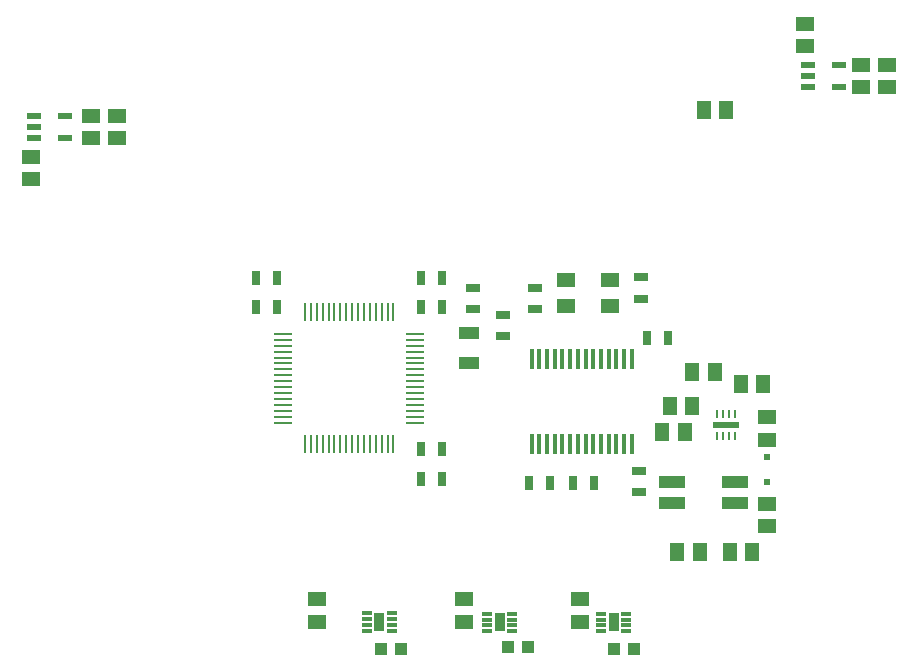
<source format=gtp>
G75*
%MOIN*%
%OFA0B0*%
%FSLAX25Y25*%
%IPPOS*%
%LPD*%
%AMOC8*
5,1,8,0,0,1.08239X$1,22.5*
%
%ADD10R,0.03937X0.04331*%
%ADD11R,0.03268X0.01181*%
%ADD12R,0.03543X0.06299*%
%ADD13R,0.05906X0.05118*%
%ADD14R,0.00984X0.06102*%
%ADD15R,0.06102X0.00984*%
%ADD16R,0.01575X0.06890*%
%ADD17R,0.07087X0.03937*%
%ADD18R,0.03150X0.04724*%
%ADD19R,0.04724X0.03150*%
%ADD20R,0.06299X0.04921*%
%ADD21R,0.03937X0.00984*%
%ADD22R,0.00984X0.03937*%
%ADD23R,0.08661X0.02402*%
%ADD24R,0.00984X0.02756*%
%ADD25R,0.05118X0.05906*%
%ADD26R,0.01969X0.01969*%
%ADD27R,0.08661X0.03937*%
%ADD28R,0.04724X0.02362*%
D10*
X0194061Y0132271D03*
X0200754Y0132271D03*
X0236332Y0133042D03*
X0243025Y0133042D03*
X0271679Y0132488D03*
X0278372Y0132488D03*
D11*
X0275913Y0138330D03*
X0275913Y0140299D03*
X0275913Y0142267D03*
X0275913Y0144236D03*
X0267527Y0144236D03*
X0267527Y0142267D03*
X0267527Y0140299D03*
X0267527Y0138330D03*
X0237913Y0138330D03*
X0237913Y0140299D03*
X0237913Y0142267D03*
X0237913Y0144236D03*
X0229527Y0144236D03*
X0229527Y0142267D03*
X0229527Y0140299D03*
X0229527Y0138330D03*
X0197813Y0138430D03*
X0197813Y0140399D03*
X0197813Y0142367D03*
X0197813Y0144336D03*
X0189427Y0144336D03*
X0189427Y0142367D03*
X0189427Y0140399D03*
X0189427Y0138430D03*
D12*
X0193620Y0141383D03*
X0233720Y0141283D03*
X0271720Y0141283D03*
D13*
X0172633Y0141464D03*
X0172633Y0148944D03*
X0221941Y0148944D03*
X0221941Y0141464D03*
X0260311Y0141464D03*
X0260311Y0148944D03*
X0322870Y0173443D03*
X0322870Y0180923D03*
X0322870Y0202193D03*
X0322870Y0209673D03*
X0354120Y0319693D03*
X0354120Y0327173D03*
X0362870Y0327173D03*
X0362870Y0319693D03*
X0335370Y0333443D03*
X0335370Y0340923D03*
X0106120Y0310173D03*
X0106120Y0302693D03*
X0097370Y0302693D03*
X0097370Y0310173D03*
X0077370Y0296423D03*
X0077370Y0288943D03*
D14*
X0168756Y0244730D03*
X0170725Y0244730D03*
X0172693Y0244730D03*
X0174662Y0244730D03*
X0176630Y0244730D03*
X0178599Y0244730D03*
X0180567Y0244730D03*
X0182536Y0244730D03*
X0184504Y0244730D03*
X0186473Y0244730D03*
X0188441Y0244730D03*
X0190410Y0244730D03*
X0192378Y0244730D03*
X0194347Y0244730D03*
X0196315Y0244730D03*
X0198284Y0244730D03*
X0198284Y0200636D03*
X0196315Y0200636D03*
X0194347Y0200636D03*
X0192378Y0200636D03*
X0190410Y0200636D03*
X0188441Y0200636D03*
X0186473Y0200636D03*
X0184504Y0200636D03*
X0182536Y0200636D03*
X0180567Y0200636D03*
X0178599Y0200636D03*
X0176630Y0200636D03*
X0174662Y0200636D03*
X0172693Y0200636D03*
X0170725Y0200636D03*
X0168756Y0200636D03*
D15*
X0161473Y0207919D03*
X0161473Y0209888D03*
X0161473Y0211856D03*
X0161473Y0213825D03*
X0161473Y0215793D03*
X0161473Y0217762D03*
X0161473Y0219730D03*
X0161473Y0221699D03*
X0161473Y0223667D03*
X0161473Y0225636D03*
X0161473Y0227604D03*
X0161473Y0229573D03*
X0161473Y0231541D03*
X0161473Y0233510D03*
X0161473Y0235478D03*
X0161473Y0237447D03*
X0205567Y0237447D03*
X0205567Y0235478D03*
X0205567Y0233510D03*
X0205567Y0231541D03*
X0205567Y0229573D03*
X0205567Y0227604D03*
X0205567Y0225636D03*
X0205567Y0223667D03*
X0205567Y0221699D03*
X0205567Y0219730D03*
X0205567Y0217762D03*
X0205567Y0215793D03*
X0205567Y0213825D03*
X0205567Y0211856D03*
X0205567Y0209888D03*
X0205567Y0207919D03*
D16*
X0244386Y0200636D03*
X0246945Y0200636D03*
X0249504Y0200636D03*
X0252063Y0200636D03*
X0254622Y0200636D03*
X0257181Y0200636D03*
X0259741Y0200636D03*
X0262300Y0200636D03*
X0264859Y0200636D03*
X0267418Y0200636D03*
X0269977Y0200636D03*
X0272536Y0200636D03*
X0275095Y0200636D03*
X0277654Y0200636D03*
X0277654Y0228982D03*
X0275095Y0228982D03*
X0272536Y0228982D03*
X0269977Y0228982D03*
X0267418Y0228982D03*
X0264859Y0228982D03*
X0262300Y0228982D03*
X0259741Y0228982D03*
X0257181Y0228982D03*
X0254622Y0228982D03*
X0252063Y0228982D03*
X0249504Y0228982D03*
X0246945Y0228982D03*
X0244386Y0228982D03*
D17*
X0223520Y0227762D03*
X0223520Y0237604D03*
D18*
X0214544Y0246305D03*
X0207457Y0246305D03*
X0207457Y0256148D03*
X0214544Y0256148D03*
X0159583Y0256148D03*
X0152496Y0256148D03*
X0152496Y0246305D03*
X0159583Y0246305D03*
X0207457Y0199061D03*
X0214544Y0199061D03*
X0214544Y0189219D03*
X0207457Y0189219D03*
X0243540Y0187742D03*
X0250626Y0187742D03*
X0258146Y0187742D03*
X0265233Y0187742D03*
X0282752Y0235970D03*
X0289839Y0235970D03*
D19*
X0280961Y0249238D03*
X0280961Y0256325D03*
X0245528Y0252722D03*
X0245528Y0245636D03*
X0234701Y0243864D03*
X0234701Y0236778D03*
X0224859Y0245636D03*
X0224859Y0252722D03*
X0279977Y0191856D03*
X0279977Y0184770D03*
D20*
X0270449Y0246817D03*
X0270449Y0255478D03*
X0255882Y0255478D03*
X0255882Y0246817D03*
D21*
X0279977Y0192565D03*
D22*
X0257831Y0187742D03*
X0282437Y0235970D03*
X0206765Y0256078D03*
X0160046Y0256278D03*
X0206687Y0189214D03*
D23*
X0309120Y0207183D03*
D24*
X0308136Y0203541D03*
X0310104Y0203541D03*
X0312073Y0203541D03*
X0306167Y0203541D03*
X0306167Y0210825D03*
X0308136Y0210825D03*
X0310104Y0210825D03*
X0312073Y0210825D03*
D25*
X0314130Y0220933D03*
X0321610Y0220933D03*
X0305360Y0224683D03*
X0297880Y0224683D03*
X0297860Y0213433D03*
X0290380Y0213433D03*
X0287880Y0204683D03*
X0295360Y0204683D03*
X0292880Y0164683D03*
X0300360Y0164683D03*
X0310380Y0164683D03*
X0317860Y0164683D03*
X0309110Y0312183D03*
X0301630Y0312183D03*
D26*
X0322870Y0196317D03*
X0322870Y0188049D03*
D27*
X0312053Y0188226D03*
X0312053Y0181140D03*
X0291187Y0181140D03*
X0291187Y0188226D03*
D28*
X0336305Y0319693D03*
X0336305Y0323433D03*
X0336305Y0327173D03*
X0346935Y0327173D03*
X0346935Y0319693D03*
X0088935Y0310173D03*
X0088935Y0302693D03*
X0078305Y0302693D03*
X0078305Y0306433D03*
X0078305Y0310173D03*
M02*

</source>
